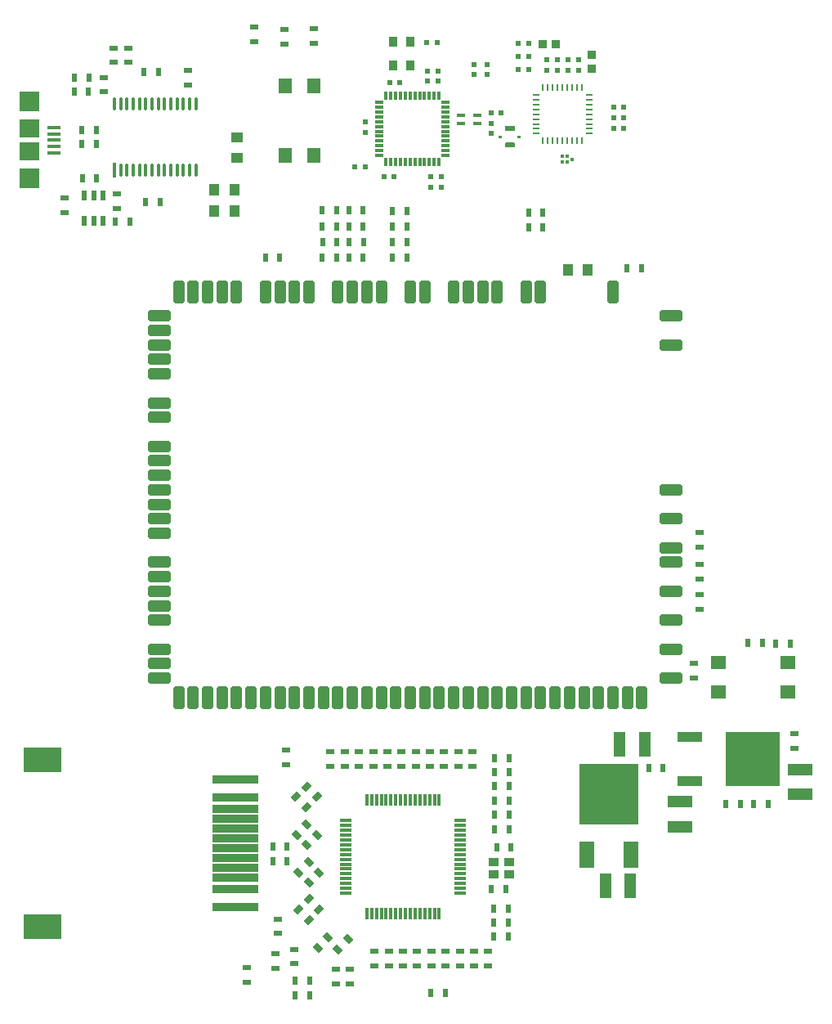
<source format=gtp>
G04*
G04 #@! TF.GenerationSoftware,Altium Limited,Altium Designer,19.1.9 (167)*
G04*
G04 Layer_Color=8421504*
%FSLAX44Y44*%
%MOMM*%
G71*
G01*
G75*
%ADD18R,0.8128X0.9652*%
%ADD19R,0.6000X0.9000*%
%ADD20R,1.1000X1.2000*%
%ADD21R,6.1000X6.3000*%
%ADD22R,1.5000X2.8000*%
%ADD23R,0.9000X1.0000*%
%ADD24R,1.0000X0.9000*%
%ADD25R,0.6000X1.1000*%
%ADD26O,0.3000X1.5000*%
%ADD27R,0.3000X1.5000*%
%ADD28R,2.6000X1.0600*%
%ADD29R,5.7000X5.6320*%
%ADD30R,0.2500X0.7500*%
%ADD31R,0.7500X0.2500*%
%ADD32R,0.3000X0.3750*%
%ADD33R,0.3000X0.8500*%
%ADD34R,0.8500X0.3000*%
%ADD35R,0.3000X1.2000*%
%ADD36R,1.2000X0.3000*%
%ADD37R,1.6000X1.4000*%
%ADD38R,1.4000X1.6000*%
%ADD39R,0.9000X0.6000*%
%ADD40R,0.5588X0.5588*%
%ADD41R,0.5588X0.5588*%
G04:AMPARAMS|DCode=42|XSize=0.6mm|YSize=0.9mm|CornerRadius=0mm|HoleSize=0mm|Usage=FLASHONLY|Rotation=45.000|XOffset=0mm|YOffset=0mm|HoleType=Round|Shape=Rectangle|*
%AMROTATEDRECTD42*
4,1,4,0.1061,-0.5303,-0.5303,0.1061,-0.1061,0.5303,0.5303,-0.1061,0.1061,-0.5303,0.0*
%
%ADD42ROTATEDRECTD42*%

G04:AMPARAMS|DCode=43|XSize=0.6mm|YSize=0.9mm|CornerRadius=0mm|HoleSize=0mm|Usage=FLASHONLY|Rotation=135.000|XOffset=0mm|YOffset=0mm|HoleType=Round|Shape=Rectangle|*
%AMROTATEDRECTD43*
4,1,4,0.5303,0.1061,-0.1061,-0.5303,-0.5303,-0.1061,0.1061,0.5303,0.5303,0.1061,0.0*
%
%ADD43ROTATEDRECTD43*%

%ADD44R,0.9000X0.3500*%
%ADD45R,0.9652X0.8128*%
%ADD46R,1.4000X0.4000*%
%ADD47R,2.0000X2.0000*%
%ADD48R,2.0000X1.9000*%
G04:AMPARAMS|DCode=49|XSize=2.4mm|YSize=1.2mm|CornerRadius=0.3mm|HoleSize=0mm|Usage=FLASHONLY|Rotation=90.000|XOffset=0mm|YOffset=0mm|HoleType=Round|Shape=RoundedRectangle|*
%AMROUNDEDRECTD49*
21,1,2.4000,0.6000,0,0,90.0*
21,1,1.8000,1.2000,0,0,90.0*
1,1,0.6000,0.3000,0.9000*
1,1,0.6000,0.3000,-0.9000*
1,1,0.6000,-0.3000,-0.9000*
1,1,0.6000,-0.3000,0.9000*
%
%ADD49ROUNDEDRECTD49*%
G04:AMPARAMS|DCode=50|XSize=1.2mm|YSize=2.4mm|CornerRadius=0.3mm|HoleSize=0mm|Usage=FLASHONLY|Rotation=90.000|XOffset=0mm|YOffset=0mm|HoleType=Round|Shape=RoundedRectangle|*
%AMROUNDEDRECTD50*
21,1,1.2000,1.8000,0,0,90.0*
21,1,0.6000,2.4000,0,0,90.0*
1,1,0.6000,0.9000,0.3000*
1,1,0.6000,0.9000,-0.3000*
1,1,0.6000,-0.9000,-0.3000*
1,1,0.6000,-0.9000,0.3000*
%
%ADD50ROUNDEDRECTD50*%
%ADD51R,3.9000X2.5000*%
%ADD52R,4.8000X0.8100*%
%ADD53R,1.2000X1.1000*%
%ADD54R,2.6000X1.2000*%
%ADD55R,1.2000X2.6000*%
G36*
X518000Y906550D02*
X517100Y905650D01*
X508900D01*
X508000Y906550D01*
Y910750D01*
X518000D01*
Y906550D01*
D02*
G37*
G36*
X524500Y898100D02*
X521200D01*
Y901400D01*
X524500D01*
Y898100D01*
D02*
G37*
G36*
X504800D02*
X501500D01*
Y901400D01*
X504800D01*
Y898100D01*
D02*
G37*
G36*
X518000Y892950D02*
Y888750D01*
X508000D01*
Y892950D01*
X508900Y893850D01*
X517100D01*
X518000Y892950D01*
D02*
G37*
D18*
X561112Y995500D02*
D03*
X546888D02*
D03*
D19*
X634750Y763750D02*
D03*
X649750D02*
D03*
X149000Y967000D02*
D03*
X134000D02*
D03*
X119375Y812125D02*
D03*
X104375D02*
D03*
X85250Y856750D02*
D03*
X70250D02*
D03*
X62250Y961302D02*
D03*
X77250D02*
D03*
X136000Y832000D02*
D03*
X151000D02*
D03*
X70000Y892350D02*
D03*
X85000D02*
D03*
X70000Y907053D02*
D03*
X85000D02*
D03*
X61750Y946600D02*
D03*
X76750D02*
D03*
X333750Y775142D02*
D03*
X318750D02*
D03*
X334000Y790845D02*
D03*
X319000D02*
D03*
X333848Y807048D02*
D03*
X318848D02*
D03*
X333848Y823750D02*
D03*
X318848D02*
D03*
X346152Y775142D02*
D03*
X361152D02*
D03*
X346403Y790845D02*
D03*
X361403D02*
D03*
X346250Y807048D02*
D03*
X361250D02*
D03*
X346250Y823750D02*
D03*
X361250D02*
D03*
X547500Y806500D02*
D03*
X532500D02*
D03*
X406250Y775250D02*
D03*
X391250D02*
D03*
X406250Y791000D02*
D03*
X391250D02*
D03*
X406250Y807000D02*
D03*
X391250D02*
D03*
X774750Y375750D02*
D03*
X759750D02*
D03*
X406250Y823250D02*
D03*
X391250D02*
D03*
X532500Y821202D02*
D03*
X547500D02*
D03*
X274750Y775000D02*
D03*
X259750D02*
D03*
X737000Y209500D02*
D03*
X752000D02*
D03*
X765500Y209250D02*
D03*
X780500D02*
D03*
X512250Y183202D02*
D03*
X497250D02*
D03*
X511750Y71690D02*
D03*
X496750D02*
D03*
X511750Y86392D02*
D03*
X496750D02*
D03*
X497250Y212905D02*
D03*
X512250D02*
D03*
X512500Y257013D02*
D03*
X497500D02*
D03*
X512250Y242310D02*
D03*
X497250D02*
D03*
X512250Y227608D02*
D03*
X497250D02*
D03*
X512250Y198202D02*
D03*
X497250D02*
D03*
X496250Y101095D02*
D03*
X511250D02*
D03*
X267500Y165000D02*
D03*
X282500D02*
D03*
X446000Y13750D02*
D03*
X431000D02*
D03*
X803750Y375500D02*
D03*
X788750D02*
D03*
X672000Y246750D02*
D03*
X657000D02*
D03*
X514500Y164500D02*
D03*
X499500D02*
D03*
X508750Y121500D02*
D03*
X493750D02*
D03*
X290750Y26250D02*
D03*
X305750D02*
D03*
X291000Y11250D02*
D03*
X306000D02*
D03*
X282500Y150000D02*
D03*
X267500D02*
D03*
D20*
X594000Y762500D02*
D03*
X573000D02*
D03*
X228000Y822750D02*
D03*
X207000D02*
D03*
X228000Y845000D02*
D03*
X207000D02*
D03*
D21*
X615750Y219250D02*
D03*
D22*
X592890Y156750D02*
D03*
X638610D02*
D03*
D23*
X392111Y998025D02*
D03*
Y974025D02*
D03*
X410111D02*
D03*
Y998025D02*
D03*
D24*
X512500Y136750D02*
D03*
Y149000D02*
D03*
X496000Y136750D02*
D03*
Y149000D02*
D03*
D25*
X72500Y813250D02*
D03*
X82000D02*
D03*
X91500D02*
D03*
X72500Y839250D02*
D03*
X82000D02*
D03*
X91500D02*
D03*
D26*
X188000Y934250D02*
D03*
X181500D02*
D03*
X175000D02*
D03*
X168500D02*
D03*
X162000D02*
D03*
X155500D02*
D03*
X149000D02*
D03*
X142500D02*
D03*
X136000D02*
D03*
X129500D02*
D03*
X123000D02*
D03*
X116500D02*
D03*
X110000D02*
D03*
X103500D02*
D03*
X188000Y865250D02*
D03*
X181500D02*
D03*
X175000D02*
D03*
X168500D02*
D03*
X162000D02*
D03*
X155500D02*
D03*
X149000D02*
D03*
X142500D02*
D03*
X136000D02*
D03*
X129500D02*
D03*
X123000D02*
D03*
X116500D02*
D03*
X110000D02*
D03*
D27*
X103500D02*
D03*
D28*
X699250Y278860D02*
D03*
Y233140D02*
D03*
D29*
X764750Y256000D02*
D03*
D30*
X547500Y950750D02*
D03*
X552500D02*
D03*
X557500D02*
D03*
X562500D02*
D03*
X567500D02*
D03*
X572500D02*
D03*
X577500D02*
D03*
X582500D02*
D03*
X587500D02*
D03*
Y895750D02*
D03*
X582500D02*
D03*
X577500D02*
D03*
X572500D02*
D03*
X567500D02*
D03*
X562500D02*
D03*
X557500D02*
D03*
X552500D02*
D03*
X547500D02*
D03*
D31*
X595000Y943250D02*
D03*
Y938250D02*
D03*
Y933250D02*
D03*
Y928250D02*
D03*
Y923250D02*
D03*
Y918250D02*
D03*
Y913250D02*
D03*
Y908250D02*
D03*
Y903250D02*
D03*
X540000D02*
D03*
Y908250D02*
D03*
Y913250D02*
D03*
Y918250D02*
D03*
Y923250D02*
D03*
Y928250D02*
D03*
Y933250D02*
D03*
Y938250D02*
D03*
Y943250D02*
D03*
D32*
X567500Y873750D02*
D03*
Y879500D02*
D03*
X572500D02*
D03*
Y873751D02*
D03*
X577500Y876625D02*
D03*
D33*
X439741Y873589D02*
D03*
X434741D02*
D03*
X429741D02*
D03*
X424741D02*
D03*
X419741D02*
D03*
X414741D02*
D03*
X409741D02*
D03*
X404741D02*
D03*
X399741D02*
D03*
X394741D02*
D03*
X389741D02*
D03*
X384741D02*
D03*
Y942589D02*
D03*
X389741D02*
D03*
X394741D02*
D03*
X399741D02*
D03*
X404741D02*
D03*
X409741D02*
D03*
X414741D02*
D03*
X419741D02*
D03*
X424741D02*
D03*
X429741D02*
D03*
X434741D02*
D03*
X439741D02*
D03*
D34*
X377741Y880589D02*
D03*
Y885589D02*
D03*
Y890589D02*
D03*
Y895589D02*
D03*
Y900589D02*
D03*
Y905589D02*
D03*
Y910589D02*
D03*
Y915589D02*
D03*
Y920589D02*
D03*
Y925589D02*
D03*
Y930589D02*
D03*
Y935589D02*
D03*
X446741D02*
D03*
Y930589D02*
D03*
Y925589D02*
D03*
Y920589D02*
D03*
Y915589D02*
D03*
Y910589D02*
D03*
Y905589D02*
D03*
Y900589D02*
D03*
Y895589D02*
D03*
Y890589D02*
D03*
Y885589D02*
D03*
Y880589D02*
D03*
D35*
X365000Y95500D02*
D03*
X370000D02*
D03*
X375000D02*
D03*
X380000D02*
D03*
X385000D02*
D03*
X390000D02*
D03*
X395000D02*
D03*
X400000D02*
D03*
X405000D02*
D03*
X410000D02*
D03*
X415000D02*
D03*
X420000D02*
D03*
X425000D02*
D03*
X430000D02*
D03*
X435000D02*
D03*
X440000D02*
D03*
Y213500D02*
D03*
X435000D02*
D03*
X430000D02*
D03*
X425000D02*
D03*
X420000D02*
D03*
X415000D02*
D03*
X410000D02*
D03*
X405000D02*
D03*
X400000D02*
D03*
X395000D02*
D03*
X390000D02*
D03*
X385000D02*
D03*
X380000D02*
D03*
X375000D02*
D03*
X370000D02*
D03*
X365000D02*
D03*
D36*
X461500Y117000D02*
D03*
Y122000D02*
D03*
Y127000D02*
D03*
Y132000D02*
D03*
Y137000D02*
D03*
Y142000D02*
D03*
Y147000D02*
D03*
Y152000D02*
D03*
Y157000D02*
D03*
Y162000D02*
D03*
Y167000D02*
D03*
Y172000D02*
D03*
Y177000D02*
D03*
Y182000D02*
D03*
Y187000D02*
D03*
Y192000D02*
D03*
X343500D02*
D03*
Y187000D02*
D03*
Y182000D02*
D03*
Y177000D02*
D03*
Y172000D02*
D03*
Y167000D02*
D03*
Y162000D02*
D03*
Y157000D02*
D03*
Y152000D02*
D03*
Y147000D02*
D03*
Y142000D02*
D03*
Y137000D02*
D03*
Y132000D02*
D03*
Y127000D02*
D03*
Y122000D02*
D03*
Y117000D02*
D03*
D37*
X801250Y355500D02*
D03*
X729250D02*
D03*
X801250Y325500D02*
D03*
X729250D02*
D03*
D38*
X280250Y952500D02*
D03*
Y880500D02*
D03*
X310250Y952500D02*
D03*
Y880500D02*
D03*
D39*
X52250Y821250D02*
D03*
Y836250D02*
D03*
X117500Y977000D02*
D03*
Y992000D02*
D03*
X102797Y977000D02*
D03*
Y992000D02*
D03*
X248250Y998250D02*
D03*
Y1013250D02*
D03*
X279250Y995800D02*
D03*
Y1010800D02*
D03*
X310500Y996500D02*
D03*
Y1011500D02*
D03*
X105750Y825678D02*
D03*
Y840678D02*
D03*
X290000Y43750D02*
D03*
Y58750D02*
D03*
X402453Y41498D02*
D03*
Y56498D02*
D03*
X373047Y41498D02*
D03*
Y56498D02*
D03*
X347750Y23000D02*
D03*
Y38000D02*
D03*
X342125Y263250D02*
D03*
Y248250D02*
D03*
X417155Y56497D02*
D03*
Y41498D02*
D03*
X387750Y56497D02*
D03*
Y41498D02*
D03*
X333047Y38000D02*
D03*
Y23000D02*
D03*
X327422Y263250D02*
D03*
Y248250D02*
D03*
X356827Y263250D02*
D03*
Y248250D02*
D03*
X371530Y248250D02*
D03*
Y263250D02*
D03*
X400935Y263250D02*
D03*
Y248250D02*
D03*
X281250Y265000D02*
D03*
Y250000D02*
D03*
X240750Y25000D02*
D03*
Y40000D02*
D03*
X445042Y263250D02*
D03*
Y248250D02*
D03*
X474448Y263250D02*
D03*
Y248250D02*
D03*
X459745Y263250D02*
D03*
Y248250D02*
D03*
X490668Y56497D02*
D03*
Y41498D02*
D03*
X415637Y248250D02*
D03*
Y263250D02*
D03*
X430340Y248250D02*
D03*
Y263250D02*
D03*
X273250Y75250D02*
D03*
Y90250D02*
D03*
X704000Y354750D02*
D03*
Y339750D02*
D03*
X710000Y490000D02*
D03*
Y475000D02*
D03*
X92750Y946500D02*
D03*
Y961500D02*
D03*
X179750Y953750D02*
D03*
Y968750D02*
D03*
X710000Y411000D02*
D03*
Y426000D02*
D03*
Y442500D02*
D03*
Y457500D02*
D03*
X807750Y282000D02*
D03*
Y267000D02*
D03*
X386232Y263250D02*
D03*
Y248250D02*
D03*
X475965Y41498D02*
D03*
Y56498D02*
D03*
X461263Y41498D02*
D03*
Y56498D02*
D03*
X446560Y41498D02*
D03*
Y56498D02*
D03*
X431858Y41498D02*
D03*
Y56498D02*
D03*
X270250Y39500D02*
D03*
Y54500D02*
D03*
D40*
X631086Y930591D02*
D03*
X620418D02*
D03*
X620500Y908250D02*
D03*
X631168D02*
D03*
Y919420D02*
D03*
X620500D02*
D03*
X427250Y997500D02*
D03*
X437918D02*
D03*
X388491Y956339D02*
D03*
X399159D02*
D03*
X382750Y858500D02*
D03*
X393418D02*
D03*
X352621Y868828D02*
D03*
X363289D02*
D03*
X504325Y925089D02*
D03*
X493657D02*
D03*
X521750Y969750D02*
D03*
X532418D02*
D03*
X521750Y997000D02*
D03*
X532418D02*
D03*
X521666Y983250D02*
D03*
X532334D02*
D03*
D41*
X489500Y964166D02*
D03*
Y974834D02*
D03*
X475750Y964166D02*
D03*
Y974834D02*
D03*
X551250Y969000D02*
D03*
Y979668D02*
D03*
X363741Y904755D02*
D03*
Y915423D02*
D03*
X573337Y969000D02*
D03*
Y979668D02*
D03*
X427741Y968089D02*
D03*
Y957421D02*
D03*
X430779Y847950D02*
D03*
Y858618D02*
D03*
X438912Y968007D02*
D03*
Y957339D02*
D03*
X441950Y847950D02*
D03*
Y858618D02*
D03*
X493491Y913918D02*
D03*
Y903250D02*
D03*
X584507Y969000D02*
D03*
Y979668D02*
D03*
X562166Y969000D02*
D03*
Y979668D02*
D03*
D42*
X335000Y58931D02*
D03*
X345607Y69537D02*
D03*
X324749Y71037D02*
D03*
X314142Y60430D02*
D03*
X313053Y177230D02*
D03*
X302447Y166624D02*
D03*
X294374Y138374D02*
D03*
X304980Y148980D02*
D03*
X291947Y177124D02*
D03*
X302553Y187730D02*
D03*
X315230Y138383D02*
D03*
X304624Y127776D02*
D03*
D43*
X313053Y216624D02*
D03*
X302447Y227230D02*
D03*
X294374Y99980D02*
D03*
X304980Y89374D02*
D03*
X291647Y216670D02*
D03*
X302253Y206064D02*
D03*
X315230Y100374D02*
D03*
X304624Y110980D02*
D03*
D44*
X479241Y913839D02*
D03*
Y922339D02*
D03*
X462241Y913839D02*
D03*
Y922339D02*
D03*
D45*
X597710Y984724D02*
D03*
Y970500D02*
D03*
D46*
X41000Y909600D02*
D03*
Y903100D02*
D03*
Y896600D02*
D03*
Y890100D02*
D03*
Y883600D02*
D03*
D47*
X15500Y936600D02*
D03*
Y856600D02*
D03*
D48*
Y884600D02*
D03*
Y908600D02*
D03*
D49*
X290000Y319500D02*
D03*
X440000D02*
D03*
X605000D02*
D03*
X170000D02*
D03*
X215000D02*
D03*
X230000D02*
D03*
X275000D02*
D03*
X335000D02*
D03*
X320000D02*
D03*
X350000D02*
D03*
X380000D02*
D03*
X395000D02*
D03*
X410000D02*
D03*
X455000D02*
D03*
X500000D02*
D03*
X515000D02*
D03*
X560000D02*
D03*
X575000D02*
D03*
X620000D02*
D03*
X635000D02*
D03*
X185000D02*
D03*
X200000D02*
D03*
X245000D02*
D03*
X260000D02*
D03*
X305000D02*
D03*
X365000D02*
D03*
X425000D02*
D03*
X470000D02*
D03*
X485000D02*
D03*
X530000D02*
D03*
X545000D02*
D03*
X590000D02*
D03*
X650000D02*
D03*
X290000Y739500D02*
D03*
X170000D02*
D03*
X275000D02*
D03*
X215000D02*
D03*
X230000D02*
D03*
X335000D02*
D03*
X350000D02*
D03*
X410000D02*
D03*
X380000D02*
D03*
X455000D02*
D03*
X500000D02*
D03*
X620000D02*
D03*
X185000D02*
D03*
X200000D02*
D03*
X260000D02*
D03*
X305000D02*
D03*
X365000D02*
D03*
X425000D02*
D03*
X470000D02*
D03*
X485000D02*
D03*
X530000D02*
D03*
X545000D02*
D03*
D50*
X680000Y684500D02*
D03*
Y504500D02*
D03*
Y459500D02*
D03*
Y399500D02*
D03*
Y339500D02*
D03*
Y714500D02*
D03*
Y534500D02*
D03*
Y474500D02*
D03*
Y429500D02*
D03*
Y369500D02*
D03*
X150000Y549500D02*
D03*
Y699500D02*
D03*
Y684500D02*
D03*
Y669500D02*
D03*
Y624500D02*
D03*
Y609500D02*
D03*
Y579500D02*
D03*
Y564500D02*
D03*
Y519500D02*
D03*
Y504500D02*
D03*
Y399500D02*
D03*
Y444500D02*
D03*
Y459500D02*
D03*
Y339500D02*
D03*
Y354500D02*
D03*
Y714500D02*
D03*
Y654500D02*
D03*
Y534500D02*
D03*
Y489500D02*
D03*
Y429500D02*
D03*
Y414500D02*
D03*
Y369500D02*
D03*
D51*
X29300Y81850D02*
D03*
Y255250D02*
D03*
D52*
X228500Y234650D02*
D03*
Y102450D02*
D03*
Y120850D02*
D03*
Y216250D02*
D03*
Y204250D02*
D03*
Y194050D02*
D03*
Y183850D02*
D03*
Y132850D02*
D03*
Y143050D02*
D03*
Y153250D02*
D03*
Y163450D02*
D03*
Y173650D02*
D03*
D53*
X230750Y878500D02*
D03*
Y899500D02*
D03*
D54*
X813750Y245000D02*
D03*
Y219000D02*
D03*
X689500Y211750D02*
D03*
Y185750D02*
D03*
D55*
X653000Y271000D02*
D03*
X627000D02*
D03*
X638000Y125000D02*
D03*
X612000D02*
D03*
M02*

</source>
